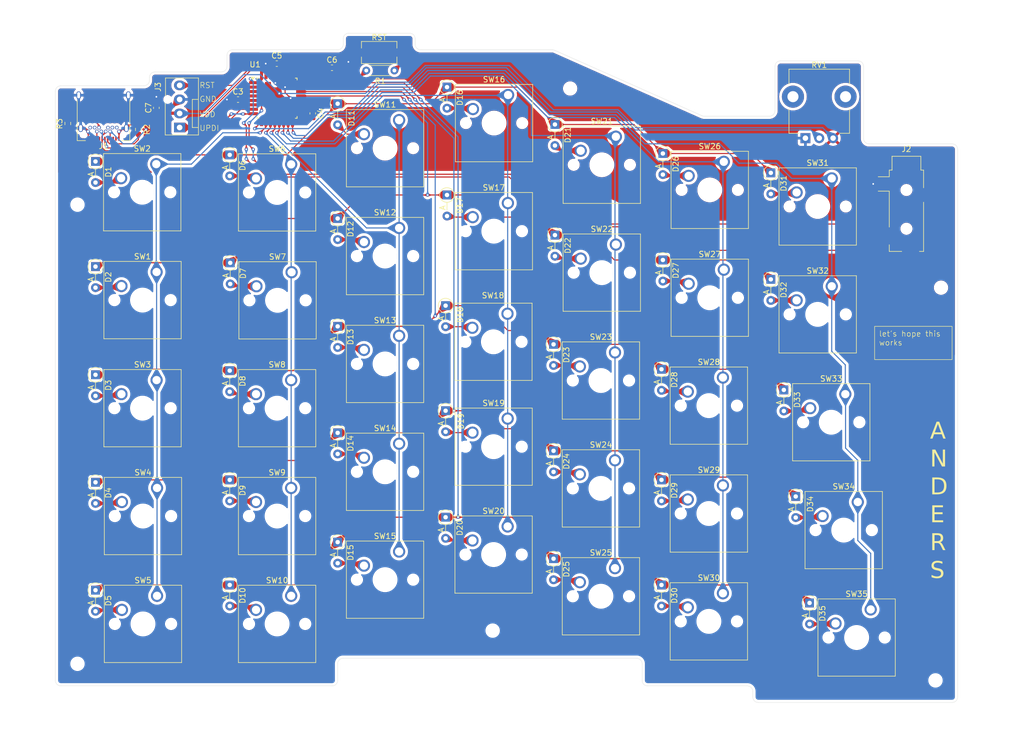
<source format=kicad_pcb>
(kicad_pcb (version 20240108) (generator "pcbnew") (generator_version "8.0")
  (layers (0 "F.Cu" signal) (31 "B.Cu" signal) (34 "B.Paste" user) (35 "F.Paste" user) (36 "B.SilkS" user "B.Silkscreen") (37 "F.SilkS" user "F.Silkscreen") (38 "B.Mask" user) (39 "F.Mask" user) (44 "Edge.Cuts" user))
  (net 0 "")
  (net 1 "GND")
  (net 2 "Net-(J1-CC1)")
  (net 3 "Net-(J1-CC2)")
  (net 4 "Net-(U1-VUSB)")
  (net 5 "VDD")
  (net 6 "Net-(J3-Pin_4)")
  (net 7 "Net-(D1-A)")
  (net 8 "row1")
  (net 9 "Net-(D2-A)")
  (net 10 "row2")
  (net 11 "Net-(D3-A)")
  (net 12 "row3")
  (net 13 "row4")
  (net 14 "Net-(D4-A)")
  (net 15 "row5")
  (net 16 "Net-(D5-A)")
  (net 17 "Net-(D6-A)")
  (net 18 "Net-(D7-A)")
  (net 19 "Net-(D8-A)")
  (net 20 "Net-(D9-A)")
  (net 21 "Net-(D10-A)")
  (net 22 "Net-(D11-A)")
  (net 23 "Net-(D12-A)")
  (net 24 "Net-(D13-A)")
  (net 25 "Net-(D14-A)")
  (net 26 "Net-(D15-A)")
  (net 27 "Net-(D16-A)")
  (net 28 "Net-(D17-A)")
  (net 29 "Net-(D18-A)")
  (net 30 "Net-(D19-A)")
  (net 31 "Net-(D20-A)")
  (net 32 "Net-(D21-A)")
  (net 33 "Net-(D22-A)")
  (net 34 "Net-(D23-A)")
  (net 35 "Net-(D24-A)")
  (net 36 "Net-(D25-A)")
  (net 37 "Net-(D26-A)")
  (net 38 "Net-(D27-A)")
  (net 39 "Net-(D28-A)")
  (net 40 "Net-(D29-A)")
  (net 41 "Net-(D30-A)")
  (net 42 "Net-(D31-A)")
  (net 43 "Net-(D32-A)")
  (net 44 "Net-(D33-A)")
  (net 45 "Net-(D34-A)")
  (net 46 "Net-(D35-A)")
  (net 47 "dp")
  (net 48 "dm")
  (net 49 "scl")
  (net 50 "Net-(J3-Pin_1)")
  (net 51 "Net-(R1-Pad1)")
  (net 52 "Net-(U1-PC3)")
  (net 53 "col1")
  (net 54 "col2")
  (net 55 "col3")
  (net 56 "col4")
  (net 57 "col5")
  (net 58 "col6")
  (net 59 "col7")
  (net 68 "sda")
  (footprint "Button_Switch_Keyboard:SW_Cherry_MX_1.00u_PCB" (layer "F.Cu") (at 180.76 54.25)
    (property "Reference" "SW26")
    (property "Value" "SW_Push")
  )
  (footprint "Capacitor_SMD:C_0603_1608Metric" (layer "F.Cu") (at 109.975 37.25)
    (property "Reference" "C6")
    (property "Value" "C_Small")
  )
  (footprint "Diode_THT:D_DO-35_SOD27_P3.81mm_Vertical_AnodeUp" (layer "F.Cu") (at 169.5 91.75 -90)
    (property "Reference" "D28")
    (property "Value" "D_45deg")
  )
  (footprint "Diode_THT:D_DO-35_SOD27_P3.81mm_Vertical_AnodeUp" (layer "F.Cu") (at 169.75 72 -90)
    (property "Reference" "D27")
    (property "Value" "D_45deg")
  )
  (footprint "Capacitor_SMD:C_0603_1608Metric" (layer "F.Cu") (at 106.5 45.5 -90)
    (property "Reference" "C4")
    (property "Value" "C_Small")
  )
  (footprint "Diode_THT:D_DO-35_SOD27_P3.81mm_Vertical_AnodeUp" (layer "F.Cu") (at 91.5 111.75 -90)
    (property "Reference" "D9")
    (property "Value" "D_45deg")
  )
  (footprint "Resistor_THT:R_Axial_DIN0204_L3.6mm_D1.6mm_P5.08mm_Horizontal" (layer "F.Cu") (at 121.25 37.75 180)
    (property "Reference" "R1")
    (property "Value" "R")
  )
  (footprint "Diode_THT:D_DO-35_SOD27_P3.81mm_Vertical_AnodeUp" (layer "F.Cu") (at 111 103.25 -90)
    (property "Reference" "D14")
    (property "Value" "D_45deg")
  )
  (footprint "Button_Switch_Keyboard:SW_Cherry_MX_1.00u_PCB" (layer "F.Cu") (at 161.26 69.21)
    (property "Reference" "SW22")
    (property "Value" "SW_Push")
  )
  (footprint "Diode_THT:D_DO-35_SOD27_P3.81mm_Vertical_AnodeUp" (layer "F.Cu") (at 189.25 75.5 -90)
    (property "Reference" "D32")
    (property "Value" "D_45deg")
  )
  (footprint "Button_Switch_Keyboard:SW_Cherry_MX_1.00u_PCB" (layer "F.Cu") (at 180.76 73.75)
    (property "Reference" "SW27")
    (property "Value" "SW_Push")
  )
  (footprint "Diode_THT:D_DO-35_SOD27_P3.81mm_Vertical_AnodeUp" (layer "F.Cu") (at 150 126 -90)
    (property "Reference" "D25")
    (property "Value" "D_45deg")
  )
  (footprint "Diode_THT:D_DO-35_SOD27_P3.81mm_Vertical_AnodeUp" (layer "F.Cu") (at 150 106.5 -90)
    (property "Reference" "D24")
    (property "Value" "D_45deg")
  )
  (footprint "Button_Switch_Keyboard:SW_Cherry_MX_1.00u_PCB" (layer "F.Cu") (at 200.26 57.25)
    (property "Reference" "SW31")
    (property "Value" "SW_Push")
  )
  (footprint "Diode_THT:D_DO-35_SOD27_P3.81mm_Vertical_AnodeUp" (layer "F.Cu") (at 67.25 92.75 -90)
    (property "Reference" "D3")
    (property "Value" "D_45deg")
  )
  (footprint "Connector_Audio:Jack_3.5mm_CUI_SJ-3524-SMT_Horizontal" (layer "F.Cu") (at 213.75 61.85)
    (property "Reference" "J2")
    (property "Value" "AudioJack4")
  )
  (footprint "Button_Switch_Keyboard:SW_Cherry_MX_1.00u_PCB" (layer "F.Cu") (at 102.68 74.21)
    (property "Reference" "SW7")
    (property "Value" "SW_Push")
  )
  (footprint "Button_Switch_Keyboard:SW_Cherry_MX_1.00u_PCB" (layer "F.Cu") (at 161.1 127.71)
    (property "Reference" "SW25")
    (property "Value" "SW_Push")
  )
  (footprint "Button_Switch_Keyboard:SW_Cherry_MX_1.00u_PCB" (layer "F.Cu") (at 180.6 93.25)
    (property "Reference" "SW28")
    (property "Value" "SW_Push")
  )
  (footprint "Diode_THT:D_DO-35_SOD27_P3.81mm_Vertical_AnodeUp" (layer "F.Cu") (at 196.25 133.999314 -90)
    (property "Reference" "D35")
    (property "Value" "D_45deg")
  )
  (footprint "Diode_THT:D_DO-35_SOD27_P3.81mm_Vertical_AnodeUp" (layer "F.Cu") (at 67.25 54.189314 -90)
    (property "Reference" "D1")
    (property "Value" "D_45deg")
  )
  (footprint "Button_Switch_Keyboard:SW_Cherry_MX_1.00u_PCB" (layer "F.Cu") (at 161.1 108.21)
    (property "Reference" "SW24")
    (property "Value" "SW_Push")
  )
  (footprint "Diode_THT:D_DO-35_SOD27_P3.81mm_Vertical_AnodeUp" (layer "F.Cu") (at 169.5 130.75 -90)
    (property "Reference" "D30")
    (property "Value" "D_45deg")
  )
  (footprint "Diode_THT:D_DO-35_SOD27_P3.81mm_Vertical_AnodeUp" (layer "F.Cu") (at 91.5 130.75 -90)
    (property "Reference" "D10")
    (property "Value" "D_45deg")
  )
  (footprint "Button_Switch_Keyboard:SW_Cherry_MX_1.50u_PCB" (layer "F.Cu") (at 204.96 115.75)
    (property "Reference" "SW34")
    (property "Value" "SW_Push")
  )
  (footprint "Resistor_SMD:R_0603_1608Metric" (layer "F.Cu") (at 75 48.4 90)
    (property "Reference" "R2")
    (property "Value" "R")
  )
  (footprint "Diode_THT:D_DO-35_SOD27_P3.81mm_Vertical_AnodeUp" (layer "F.Cu") (at 111 64.5 -90)
    (property "Reference" "D12")
    (property "Value" "D_45deg")
  )
  (footprint "Button_Switch_Keyboard:SW_Cherry_MX_1.00u_PCB" (layer "F.Cu") (at 102.6 113.21)
    (property "Reference" "SW9")
    (property "Value" "SW_Push")
  )
  (footprint "Diode_THT:D_DO-35_SOD27_P3.81mm_Vertical_AnodeUp" (layer "F.Cu") (at 67.25 73.189999 -90)
    (property "Reference" "D2")
    (property "Value" "D_45deg")
  )
  (footprint "Button_Switch_Keyboard:SW_Cherry_MX_1.00u_PCB" (layer "F.Cu") (at 102.6 93.71)
    (property "Reference" "SW8")
    (property "Value" "SW_Push")
  )
  (footprint "Diode_THT:D_DO-35_SOD27_P3.81mm_Vertical_AnodeUp" (layer "F.Cu") (at 111 43.75 -90)
    (property "Reference" "D11")
    (property "Value" "D_45deg")
  )
  (footprint "Button_Switch_Keyboard:SW_Cherry_MX_1.00u_PCB" (layer "F.Cu") (at 122.1 85.71)
    (property "Reference" "SW13")
    (property "Value" "SW_Push")
  )
  (footprint "Button_Switch_SMD:SW_Tactile_SPST_NO_Straight_CK_PTS636Sx25SMTRLFS" (layer "F.Cu") (at 118.5 34.5)
    (property "Reference" "RST")
    (property "Value" "SW_Push")
  )
  (footprint "Button_Switch_Keyboard:SW_Cherry_MX_1.00u_PCB" (layer "F.Cu") (at 122.1 124.71)
    (property "Reference" "SW15")
    (property "Value" "SW_Push")
  )
  (footprint "MountingHole:MountingHole_2.1mm" (layer "F.Cu") (at 220 77)
    (property "Reference" "REF**" (hide yes))
    (property "Value" "MountingHole_2.1mm")
  )
  (footprint "Diode_THT:D_DO-35_SOD27_P3.81mm_Vertical_AnodeUp" (layer "F.Cu") (at 169.75 52.75 -90)
    (property "Reference" "D26")
    (property "Value" "D_45deg")
  )
  (footprint "Diode_THT:D_DO-35_SOD27_P3.81mm_Vertical_AnodeUp" (layer "F.Cu") (at 150 87.25 -90)
    (property "Reference" "D23")
    (property "Value" "D_45deg")
  )
  (footprint "MountingHole:MountingHole_2.1mm" (layer "F.Cu") (at 139 139)
    (property "Reference" "REF**" (hide yes))
    (property "Value" "MountingHole_2.1mm")
  )
  (footprint "Diode_THT:D_DO-35_SOD27_P3.81mm_Vertical_AnodeUp" (layer "F.Cu") (at 91.5 53 -90)
    (property "Reference" "D6")
    (property "Value" "D_45deg")
  )
  (footprint "Diode_THT:D_DO-35_SOD27_P3.81mm_Vertical_AnodeUp" (layer "F.Cu") (at 130.75 60.25 -90)
    (property "Reference" "D17")
    (property "Value" "D_45deg")
  )
  (footprint "Button_Switch_Keyboard:SW_Cherry_MX_1.00u_PCB" (layer "F.Cu") (at 122.1 105.21)
    (property "Reference" "SW14")
    (property "Value" "SW_Push")
  )
  (footprint "Button_Switch_Keyboard:SW_Cherry_MX_1.00u_PCB" (layer "F.Cu") (at 141.71 120.17)
    (property "Reference" "SW20")
    (property "Value" "SW_Push")
  )
  (footprint "Connector_USB:USB_C_Receptacle_Amphenol_12401548E4-2A" (layer "F.Cu") (at 68.7 45.055 180)
    (property "Reference" "J1")
    (property "Value" "USB_C_Receptacle_USB2.0_14P")
  )
  (footprint "Diode_THT:D_DO-35_SOD27_P3.81mm_Vertical_AnodeUp" (layer "F.Cu") (at 191.6 95.49 -90)
    (property "Reference" "D33")
    (property "Value" "D_45deg")
  )
  (footprint "Capacitor_SMD:C_0603_1608Metric" (layer "F.Cu") (at 100 36.5)
    (property "Reference" "C5")
    (property "Value" "C_Small")
  )
  (footprint "Button_Switch_Keyboard:SW_Cherry_MX_1.50u_PCB" (layer "F.Cu") (at 78.37 113.21)
    (property "Reference" "SW4")
    (property "Value" "SW_Push")
  )
  (footprint "Button_Switch_Keyboard:SW_Cherry_MX_1.00u_PCB" (layer "F.Cu") (at 141.71 100.67)
    (property "Reference" "SW19")
    (property "Value" "SW_Push")
  )
  (footprint "Diode_THT:D_DO-35_SOD27_P3.81mm_Vertical_AnodeUp" (layer "F.Cu") (at 193.75 114.75 -90)
    (property "Reference" "D34")
    (property "Value" "D_45deg")
  )
  (footprint "Diode_THT:D_DO-35_SOD27_P3.81mm_Vertical_AnodeUp" (layer "F.Cu") (at 169.5 111.749314 -90)
    (property "Reference" "D29")
    (property "Value" "D_45deg")
  )
  (footprint "Button_Switch_Keyboard:SW_Cherry_MX_1.50u_PCB" (layer "F.Cu") (at 78.23 54.67)
    (property "Reference" "SW2")
    (property "Value" "SW_Push")
  )
  (footprint "Resistor_SMD:R_0603_1608Metric" (layer "F.Cu") (at 62.25 47.325 -90)
    (property "Reference" "R3")
    (property "Value" "R")
  )
  (footprint "Potentiometer_THT:Potentiometer_TT_P0915N" (layer "F.Cu") (at 195.5 49.975)
    (property "Reference" "RV1")
    (property "Value" "R_Potentiometer")
  )
  (footprint "Button_Switch_Keyboard:SW_Cherry_MX_1.00u_PCB" (layer "F.Cu") (at 122.1 46.71)
    (property "Reference" "SW11")
    (property "Value" "SW_Push")
  )
  (footprint "Capacitor_SMD:C_0603_1608Metric" (layer "F.Cu") (at 93 43)
    (property "Reference" "C3")
    (property "Value" "C_Small")
  )
  (footprint "Diode_THT:D_DO-35_SOD27_P3.81mm_Vertical_AnodeUp" (layer "F.Cu") (at 189.25 56.249314 -90)
    (property "Reference" "D31")
    (property "Value" "D_45deg")
  )
  (footprint "Button_Switch_Keyboard:SW_Cherry_MX_1.00u_PCB" (layer "F.Cu") (at 102.6 54.71)
    (property "Reference" "SW6")
    (property "Value" "SW_Push")
  )
  (footprint "Button_Switch_Keyboard:SW_Cherry_MX_1.00u_PCB" (layer "F.Cu") (at 141.79 42.17)
    (property "Reference" "SW16")
    (property "Value" "SW_Push")
  )
  (footprint "Diode_THT:D_DO-35_SOD27_P3.81mm_Vertical_AnodeUp" (layer "F.Cu") (at 130.5 80.25 -90)
    (property "Reference" "D18")
    (property "Value" "D_45deg")
  )
  (footprint "Package_QFP:TQFP-32_7x7mm_P0.8mm" (layer "F.Cu") (at 100.05 42.75)
    (property "Reference" "U1")
    (property "Value" "AVR32DU32x-xPT")
  )
  (footprint "MountingHole:MountingHole_2.1mm" (layer "F.Cu") (at 153 41)
    (property "Reference" "REF**" (hide yes))
    (property "Value" "MountingHole_2.1mm")
  )
  (footprint "Button_Switch_Keyboard:SW_Cherry_MX_1.00u_PCB" (layer "F.Cu") (at 161.26 49.71)
    (property "Reference" "SW21")
    (property "Value" "SW_Push")
  )
  (footprint "Diode_THT:D_DO-35_SOD27_P3.81mm_Vertical_AnodeUp" (layer "F.Cu") (at 91.5 92 -90)
    (property "Reference" "D8")
    (property "Value" "D_45deg")
  )
  (footprint "Diode_THT:D_DO-35_SOD27_P3.81mm_Vertical_AnodeUp" (layer "F.Cu") (at 150.25 67.5 -90)
    (property "Reference" "D22")
    (property "Value" "D_45deg")
  )
  (footprint "Diode_THT:D_DO-35_SOD27_P3.81mm_Vertical_AnodeUp" (layer "F.Cu") (at 67.25 131.689999 -90)
    (property "Reference" "D5")
    (property "Value" "D_45deg")
  )
  (footprint "Button_Switch_Keyboard:SW_Cherry_MX_1.00u_PCB" (layer "F.Cu") (at 200.26 76.75)
    (property "Reference" "SW32")
    (property "Value" "SW_Push")
  )
  (footprint "Diode_THT:D_DO-35_SOD27_P3.81mm_Vertical_AnodeUp" (layer "F.Cu") (at 130.5 99.25 -90)
    (property "Reference" "D19")
    (property "Value" "D_45deg")
  )
  (footprint "Button_Switch_Keyboard:SW_Cherry_MX_1.00u_PCB" (layer "F.Cu") (at 161.1 88.71)
    (property "Reference" "SW23")
    (property "Value" "SW_Push")
  )
  (footprint "Button_Switch_Keyboard:SW_Cherry_MX_1.50u_PCB" (layer "F.Cu") (at 78.29 93.71)
    (property "Reference" "SW3")
    (property "Value" "SW_Push")
  )
  (footprint "Button_Switch_Keyboard:SW_Cherry_MX_1.00u_PCB" (layer "F.Cu") (at 180.6 112.75)
    (property "Reference" "SW29")
    (property "Value" "SW_Push")
  )
  (footprint "Diode_THT:D_DO-35_SOD27_P3.81mm_Vertical_AnodeUp" (layer "F.Cu") (at 130.5 118.5 -90)
    (property "Reference" "D20")
    (property "Value" "D_45deg")
  )
  (footprint "Capacitor_SMD:C_0603_1608Metric" (layer "F.Cu") (at 78.25 44.5 90)
    (property "Reference" "C7")
    (property "Value" "C_Small")
  )
  (footprint "Button_Switch_Keyboard:SW_Cherry_MX_1.00u_PCB" (layer "F.Cu") (at 141.68 81.71)
    (property "Reference" "SW18")
    (property "Value" "SW_Push")
  )
  (footprint "Diode_THT:D_DO-35_SOD27_P3.81mm_Vertical_AnodeUp" (layer "F.Cu") (at 67.25 112.189999 -90)
    (property "Reference" "D4")
    (property "Value" "D_45deg")
  )
  (footprint "Connector:FanPinHeader_1x04_P2.54mm_Vertical" (layer "F.Cu") (at 82.45 48.05 90)
    (property "Reference" "J3")
    (property "Value" "Conn_01x04_Pin")
  )
  (footprint "Diode_THT:D_DO-35_SOD27_P3.81mm_Vertical_AnodeUp" (layer "F.Cu") (at 111 123 -90)
    (property "Reference" "D15")
    (property "Value" "D_45deg")
  )
  (footprint "Button_Switch_Keyboard:SW_Cherry_MX_1.00u_PCB" (layer "F.Cu") (at 180.6 132.25)
    (property "Reference" "SW30")
    (property "Value" "SW_Push")
  )
  (footprint "Diode_THT:D_DO-35_SOD27_P3.81mm_Vertical_AnodeUp" (layer "F.Cu") (at 91.59 72.52 -90)
    (property "Reference" "D7")
    (property "Value" "D_45deg")
  )
  (footprint "Button_Switch_Keyboard:SW_Cherry_MX_1.00u_PCB" (layer "F.Cu") (at 102.6 132.71)
    (property "Reference" "SW10")
    (property "Value" "SW_Push")
  )
  (footprint "Diode_THT:D_DO-35_SOD27_P3.81mm_Vertical_AnodeUp" (layer "F.Cu") (at 150.25 47.5 -90)
    (property "Reference" "D21")
    (property "Value" "D_45deg")
  )
  (footprint "Diode_THT:D_DO-35_SOD27_P3.81mm_Vertical_AnodeUp" (layer "F.Cu") (at 111 84 -90)
    (property "Reference" "D13")
    (property "Value" "D_45deg")
  )
  (footprint "MountingHole:MountingHole_2.1mm" (layer "F.Cu") (at 64 62)
    (property "Reference" "REF**" (hide yes))
    (property "Value" "MountingHole_2.1mm")
  )
  (footprint "Button_Switch_Keyboard:SW_Cherry_MX_1.25u_PCB" (layer "F.Cu") (at 202.71 96.25)
    (property "Reference" "SW33")
    (property "Value" "SW_Push")
  )
  (footprint "Button_Switch_Keyboard:SW_Cherry_MX_1.00u_PCB" (layer "F.Cu") (at 122.1 66.21)
    (property "Reference" "SW12")
    (property "Value" "SW_Push")
  )
  (footprint "MountingHole:MountingHole_2.1mm" (layer "F.Cu") (at 219 148)
    (property "Reference" "REF**" (hide yes))
    (property "Value" "MountingHole_2.1mm")
  )
  (footprint "Diode_THT:D_DO-35_SOD27_P3.81mm_Vertical_AnodeUp" (layer "F.Cu") (at 130.75 40.75 -90)
    (property "Reference" "D16")
    (property "Value" "D_45deg")
  )
  (footprint "Button_Switch_Keyboard:SW_Cherry_MX_1.75u_PCB" (layer "F.Cu") (at 207.29 135.17)
    (property "Reference" "SW35")
    (property "Value" "SW_Push")
  )
  (footprint "Button_Switch_Keyboard:SW_Cherry_MX_1.00u_PCB" (layer "F.Cu") (at 141.75 61.71)
    (property "Reference" "SW17")
    (property "Value" "SW_Push")
  )
  (footprint "MountingHole:MountingHole_2.1mm" (layer "F.Cu") (at 64 145)
    (property "Reference" "REF**" (hide yes))
    (property "Value" "MountingHole_2.1mm")
  )
  (footprint "Button_Switch_Keyboard:SW_Cherry_MX_1.50u_PCB" (layer "F.Cu") (at 78.29 74.17)
    (property "Reference" "SW1")
    (property "Value" "SW_Push")
  )
  (footprint "Button_Switch_Keyboard:SW_Cherry_MX_1.50u_PCB" (layer "F.Cu") (at 78.37 132.71)
    (property "Reference" "SW5")
    (property "Value" "SW_Push")
  )
  (gr_arc (start 77 39) (mid 77.292893 38.292893) (end 78 38) (stroke (width 0.05)) (layer "Edge.Cuts"))
  (gr_line (start 223 52) (end 223 151) (stroke (width 0.05)) (layer "Edge.Cuts"))
  (gr_line (start 166 148) (end 166 145) (stroke (width 0.05)) (layer "Edge.Cuts"))
  (gr_line (start 191 36) (end 205 36) (stroke (width 0.05)) (layer "Edge.Cuts"))
  (gr_line (start 190 45) (end 190 37) (stroke (width 0.05)) (layer "Edge.Cuts"))
  (gr_line (start 165 144) (end 112 144) (stroke (width 0.05)) (layer "Edge.Cuts"))
  (gr_arc (start 185 149) (mid 185.707107 149.292893) (end 186 150) (stroke (width 0.05)) (layer "Edge.Cuts"))
  (gr_line (start 206 37) (end 206 50) (stroke (width 0.05)) (layer "Edge.Cuts"))
  (gr_arc (start 177.212214 46) (mid 177.004623 45.978216) (end 176.806076 45.913811) (stroke (width 0.05)) (layer "Edge.Cuts"))
  (gr_arc (start 124 31) (mid 124.707107 31.292893) (end 125 32) (stroke (width 0.05)) (layer "Edge.Cuts"))
  (gr_arc (start 190 45) (mid 189.707107 45.707107) (end 189 46) (stroke (width 0.05)) (layer "Edge.Cuts"))
  (gr_line (start 113 31) (end 124 31) (stroke (width 0.05)) (layer "Edge.Cuts"))
  (gr_line (start 61 40.5) (end 76 40.5) (stroke (width 0.05)) (layer "Edge.Cuts"))
  (gr_arc (start 111 145) (mid 111.292893 144.292893) (end 112 144) (stroke (width 0.05)) (layer "Edge.Cuts"))
  (gr_line (start 125 32) (end 125 33) (stroke (width 0.05)) (layer "Edge.Cuts"))
  (gr_arc (start 190 37) (mid 190.292893 36.292893) (end 191 36) (stroke (width 0.05)) (layer "Edge.Cuts"))
  (gr_line (start 60 148) (end 60 41.5) (stroke (width 0.05)) (layer "Edge.Cuts"))
  (gr_line (start 110 149) (end 61 149) (stroke (width 0.05)) (layer "Edge.Cuts"))
  (gr_arc (start 207 51) (mid 206.292893 50.707107) (end 206 50) (stroke (width 0.05)) (layer "Edge.Cuts"))
  (gr_line (start 177.212214 46) (end 189 46) (stroke (width 0.05)) (layer "Edge.Cuts"))
  (gr_line (start 207 51) (end 214.5 51) (stroke (width 0.05)) (layer "Edge.Cuts"))
  (gr_arc (start 222 51) (mid 222.707107 51.292893) (end 223 52) (stroke (width 0.05)) (layer "Edge.Cuts"))
  (gr_line (start 78 38) (end 90 38) (stroke (width 0.05)) (layer "Edge.Cuts"))
  (gr_arc (start 77 39.5) (mid 76.707107 40.207107) (end 76 40.5) (stroke (width 0.05)) (layer "Edge.Cuts"))
  (gr_line (start 77 39) (end 77 39.5) (stroke (width 0.05)) (layer "Edge.Cuts"))
  (gr_line (start 214.5 51) (end 222 51) (stroke (width 0.05)) (layer "Edge.Cuts"))
  (gr_line (start 111 145) (end 111 148) (stroke (width 0.05)) (layer "Edge.Cuts"))
  (gr_arc (start 91 35) (mid 91.292893 34.292893) (end 92 34) (stroke (width 0.05)) (layer "Edge.Cuts"))
  (gr_line (start 91 37) (end 91 35) (stroke (width 0.05)) (layer "Edge.Cuts"))
  (gr_arc (start 149.787786 34) (mid 149.995378 34.021782) (end 150.193924 34.086189) (stroke (width 0.05)) (layer "Edge.Cuts"))
  (gr_line (start 186 151) (end 186 150) (stroke (width 0.05)) (layer "Edge.Cuts"))
  (gr_line (start 222 152) (end 187 152) (stroke (width 0.05)) (layer "Edge.Cuts"))
  (gr_arc (start 112 33) (mid 111.707107 33.707107) (end 111 34) (stroke (width 0.05)) (layer "Edge.Cuts"))
  (gr_arc (start 205 36) (mid 205.707107 36.292893) (end 206 37) (stroke (width 0.05)) (layer "Edge.Cuts"))
  (gr_arc (start 61 149) (mid 60.292893 148.707107) (end 60 148) (stroke (width 0.05)) (layer "Edge.Cuts"))
  (gr_line (start 126 34) (end 149.787786 34) (stroke (width 0.05)) (layer "Edge.Cuts"))
  (gr_line (start 92 34) (end 111 34) (stroke (width 0.05)) (layer "Edge.Cuts"))
  (gr_arc (start 223 151) (mid 222.707107 151.707107) (end 222 152) (stroke (width 0.05)) (layer "Edge.Cuts"))
  (gr_line (start 112 33) (end 112 32) (stroke (width 0.05)) (layer "Edge.Cuts"))
  (gr_arc (start 167 149) (mid 166.292893 148.707107) (end 166 148) (stroke (width 0.05)) (layer "Edge.Cuts"))
  (gr_arc (start 165 144) (mid 165.707107 144.292893) (end 166 145) (stroke (width 0.05)) (layer "Edge.Cuts"))
  (gr_line (start 150.193924 34.086189) (end 176.806076 45.913811) (stroke (width 0.05)) (layer "Edge.Cuts"))
  (gr_arc (start 126 34) (mid 125.292893 33.707107) (end 125 33) (stroke (width 0.05)) (layer "Edge.Cuts"))
  (gr_arc (start 111 148) (mid 110.707107 148.707107) (end 110 149) (stroke (width 0.05)) (layer "Edge.Cuts"))
  (gr_line (start 185 149) (end 167 149) (stroke (width 0.05)) (layer "Edge.Cuts"))
  (gr_arc (start 60 41.5) (mid 60.292893 40.792893) (end 61 40.5) (stroke (width 0.05)) (layer "Edge.Cuts"))
  (gr_arc (start 112 32) (mid 112.292893 31.292893) (end 113 31) (stroke (width 0.05)) (layer "Edge.Cuts"))
  (gr_arc (start 187 152) (mid 186.292893 151.707107) (end 186 151) (stroke (width 0.05)) (layer "Edge.Cuts"))
  (gr_arc (start 91 37) (mid 90.707107 37.707107) (end 90 38) (stroke (width 0.05)) (layer "Edge.Cuts"))
  (gr_text "UPDI" (at 86 48.75 0) (layer "F.SilkS") (effects (font (size 1 1) (thickness 0.1)) (justify left bottom)))
  (gr_text "RST" (at 86 41 0) (layer "F.SilkS") (effects (font (size 1 1) (thickness 0.1)) (justify left bottom)))
  (gr_text "GND" (at 86 43.5 0) (layer "F.SilkS") (effects (font (size 1 1) (thickness 0.1)) (justify left bottom)))
  (gr_text "VDD" (at 86 46.25 0) (layer "F.SilkS") (effects (font (size 1 1) (thickness 0.1)) (justify left bottom)))
  (gr_text "A\nN\nD\nE\nR\nS" (at 218 130 0) (layer "F.SilkS") (effects (font (size 3 3) (thickness 0.1)) (justify left bottom)))
  (gr_text_box "let's hope this works" (start 208 84) (end 222 90) (layer "F.SilkS") (effects (font (size 1 1) (thickness 0.1)) (justify left top)) (border yes) (stroke (width 0.1)))
  (segment (start 104.35 44) (end 104.3 43.95) (width 0.2) (layer "F.Cu") (net 1))
  (segment (start 101.5 41.75) (end 101.5 40.75) (width 0.2) (layer "F.Cu") (net 1))
  (segment (start 65.415 48.165) (end 64.57 48.165) (width 0.2) (layer "F.Cu") (net 1))
  (segment (start 75 47.575) (end 73.29 47.575) (width 0.2) (layer "F.Cu") (net 1))
  (segment (start 79.75 44.25) (end 81.17 44.25) (width 0.2) (layer "F.Cu") (net 1))
  (segment (start 106.5 44.725) (end 106.525 44.75) (width 0.2) (layer "F.Cu") (net 1))
  (segment (start 98 36.5) (end 99.225 36.5) (width 0.2) (layer "F.Cu") (net 1))
  (segment (start 65.9 48.765) (end 65.9 48.65) (width 0.2) (layer "F.Cu") (net 1))
  (segment (start 111.875 37.25) (end 114.625 34.5) (width 0.2) (layer "F.Cu") (net 1))
  (segment (start 210.05 58.25) (end 207.75 58.25) (width 0.2) (layer "F.Cu") (net 1))
  (segment (start 99.65 38.5) (end 99.65 36.925) (width 0.2) (layer "F.Cu") (net 1))
  (segment (start 106.525 44.75) (end 107.75 44.75) (width 0.2) (layer "F.Cu") (net 1))
  (segment (start 102.5 42.75) (end 101.5 41.75) (width 0.2) (layer "F.Cu") (net 1))
  (segment (start 99.75 40) (end 99.75 38.6) (width 0.2) (layer "F.Cu") (net 1))
  (segment (start 78.25 43.725) (end 78.25 42.5) (width 0.2) (layer "F.Cu") (net 1))
  (segment (start 62.265 48.165) (end 62.25 48.15) (width 0.2) (layer "F.Cu") (net 1))
  (segment (start 71.5 48.765) (end 71.5 50.025) (width 0.2) (layer "F.Cu") (net 1))
  (segment (start 71.735 48.765) (end 72.335 48.165) (width 0.2) (layer "F.Cu") (net 1))
  (segment (start 71.5 48.765) (end 71.735 48.765) (width 0.2) (layer "F.Cu") (net 1))
  (segment (start 65.9 48.65) (end 65.415 48.165) (width 0.2) (layer "F.Cu") (net 1))
  (segment (start 64.57 48.165) (end 62.265 48.165) (width 0.2) (layer "F.Cu") (net 1))
  (segment (start 65.95 48.806852) (end 65.904074 48.760926) (width 0.2) (layer "F.Cu") (net 1))
  (segment (start 105.725 43.95) (end 106.5 44.725) (width 0.2) (layer "F.Cu") (net 1))
  (segment (start 78.25 43.725) (end 79.225 43.725) (width 0.2) (layer "F.Cu") (net 1))
  (segment (start 104.3 43.95) (end 105.725 43.95) (width 0.2) (layer "F.Cu") (net 1))
  (segment (start 79.225 43.725) (end 79.75 44.25) (width 0.2) (layer "F.Cu") (net 1))
  (segment (start 99.65 36.925) (end 99.225 36.5) (width 0.2) (layer "F.Cu") (net 1))
  (segment (start 110.75 37.25) (end 111.875 37.25) (width 0.2) (layer "F.Cu") (net 1))
  (segment (start 71.5 50.025) (end 71.45 50.075) (width 0.2) (layer "F.Cu") (net 1))
  (segment (start 72.335 48.165) (end 72.83 48.165) (width 0.2) (layer "F.Cu") (net 1))
  (segment (start 99.75 38.6) (end 99.65 38.5) (width 0.2) (layer "F.Cu") (net 1))
  (segment (start 81.17 44.25) (end 82.45 42.97) (width 0.2) (layer "F.Cu") (net 1))
  (segment (start 65.95 50.075) (end 65.95 48.806852) (width 0.2) (layer "F.Cu") (net 1))
  (segment (start 73.29 47.575) (end 72.7 48.165) (width 0.2) (layer "F.Cu") (net 1))
  (segment (start 91 43) (end 92.225 43) (width 0.2) (layer "F.Cu") (net 1))
  (via (at 78.25 42.5) (size 0.6) (drill 0.3) (layers "F.Cu" "B.Cu") (net 1))
  (via (at 207.75 58.25) (size 0.6) (drill 0.3) (layers "F.Cu" "B.Cu") (net 1))
  (via (at 99.75 40) (size 0.6) (drill 0.3) (layers "F.Cu" "B.Cu") (net 1))
  (via (at 98 36.5) (size 0.6) (drill 0.3) (layers "F.Cu" "B.Cu") (net 1))
  (via (at 102.5 42.75) (size 0.6) (drill 0.3) (layers "F.Cu" "B.Cu") (net 1))
  (via (at 112.9375 36.1875) (size 0.6) (drill 0.3) (layers "F.Cu" "B.Cu") (net 1))
  (via (at 91 43) (size 0.6) (drill 0.3) (layers "F.Cu" "B.Cu") (net 1))
  (via (at 101.5 40.75) (size 0.6) (drill 0.3) (layers "F.Cu" "B.Cu") (net 1))
  (via (at 107.75 44.75) (size 0.6) (drill 0.3) (layers "F.Cu" "B.Cu") (net 1))
  (segment (start 100.5 40.75) (end 99.75 40) (width 0.2) (layer "B.Cu") (net 1))
  (segment (start 104.5 44.75) (end 102.5 42.75) (width 0.2) (layer "B.Cu") (net 1))
  (segment (start 101.5 40.75) (end 100.5 40.75) (width 0.2) (layer "B.Cu") (net 1))
  (segment (start 107.75 44.75) (end 104.5 44.75) (width 0.2) (layer "B.Cu") (net 1))
  (segment (start 69.45 50.075) (end 69.45 50.634314) (width 0.2) (layer "F.Cu") (net 2))
  (segment (start 74.25 51) (end 75 50.25) (width 0.2) (layer "F.Cu") (net 2))
  (segment (start 75 50.25) (end 75 49.225) (width 0.2) (layer "F.Cu") (net 2))
  (segment (start 69.45 50.634314) (end 69.815686 51) (width 0.2) (layer "F.Cu") (net 2))
  (segment (start 69.815686 51) (end 74.25 51) (width 0.2) (layer "F.Cu") (net 2))
  (segment (start 66.75 46.5) (end 67.9 47.65) (width 0.2) (layer "F.Cu") (net 3))
  (segment (start 62.25 46.5) (end 66.75 46.5) (width 0.2) (layer "F.Cu") (net 3))
  (segment (start 67.9 47.65) (end 67.9 48.065) (width 0.2) (layer "F.Cu") (net 3))
  (segment (start 93.775 43) (end 94.725 43.95) (width 0.2) (layer "F.Cu") (net 4))
  (segment (start 94.725 43.95) (end 95.8 43.95) (width 0.2) (layer "F.Cu") (net 4))
  (segment (start 100.45 38.5) (end 100.45 36.825) (width 0.2) (layer "F.Cu") (net 5))
  (segment (start 67.45 50.075) (end 67.45 51.3) (width 0.2) (layer "F.Cu") (net 5))
  (segment (start 106.5 46.275) (end 106.5 46.25) (width 0.2) (layer "F.Cu") (net 5))
  (segment (start 67.45 51.3) (end 66.75 52) (width 0.2) (layer "F.Cu") (net 5))
  (segment (start 78.25 45.275) (end 82.215 45.275) (width 0.2) (layer "F.Cu") (net 5))
  (segment (start 66.75 52) (end 63.75 52) (width 0.2) (layer "F.Cu") (net 5))
  (segment (start 76.375 48.425) (end 78.25 46.55) (width 0.2) (layer "F.Cu") (net 5))
  (segment (start 100.45 38.5) (end 100.45 41.9) (width 0.2) (layer "F.Cu") (net 5))
  (segment (start 78.25 46.55) (end 78.25 45.275) (width 0.2) (layer "F.Cu") (net 5))
  (segment (start 106.5 46.25) (end 105 44.75) (width 0.2) (layer "F.Cu") (net 5))
  (segment (start 69.9 48.765) (end 69.9 50.025) (width 0.2) (layer "F.Cu") (net 5))
  (segment (start 105 44.75) (end 104.3 44.75) (width 0.2) (layer "F.Cu") (net 5))
  (segment (start 100.45 36.825) (end 100.775 36.5) (width 0.2) (layer "F.Cu") (net 5))
  (segment (start 69.9 50.025) (end 69.95 50.075) (width 0.2) (layer "F.Cu") (net 5))
  (segment (start 67.5 48.765) (end 67.5 50.025) (width 0.2) (layer "F.Cu") (net 5))
  (segment (start 82.215 45.275) (end 82.45 45.51) (width 0.2) (layer "F.Cu") (net 5))
  (segment (start 67.5 50.025) (end 67.45 50.075) (width 0.2) (layer "F.Cu") (net 5))
  (segment (start 103.3 44.75) (end 104.3 44.75) (width 0.2) (layer "F.Cu") (net 5))
  (segment (start 100.45 41.9) (end 103.3 44.75) (width 0.2) (layer "F.Cu") (net 5))
  (via (at 100.45 41.9) (size 0.6) (drill 0.3) (layers "F.Cu" "B.Cu") (net 5))
  (via (at 76.375 48.425) (size 0.6) (drill 0.3) (layers "F.Cu" "B.Cu") (net 5))
  (segment (start 161.665686 44.85) (end 164.915686 48.1) (width 0.2) (layer "B.Cu") (net 5))
  (segment (start 116.034314 41.9) (end 118.084314 39.85) (width 0.2) (layer "B.Cu") (net 5))
  (segment (start 69.9 48.765) (end 70.015 48.765) (width 0.2) (layer "B.Cu") (net 5))
  (segment (start 72.25 51) (end 73.8 51) (width 0.2) (layer "B.Cu") (net 5))
  (segment (start 142 36.85) (end 150 44.85) (width 0.2) (layer "B.Cu") (net 5))
  (segment (start 70.015 48.765) (end 72.25 51) (width 0.2) (layer "B.Cu") (net 5))
  (segment (start 126.834314 36.85) (end 142 36.85) (width 0.2) (layer "B.Cu") (net 5))
  (segment (start 123.834314 39.85) (end 126.834314 36.85) (width 0.2) (layer "B.Cu") (net 5))
  (segment (start 150 44.85) (end 161.665686 44.85) (width 0.2) (layer "B.Cu") (net 5))
  (segment (start 198.625 48.1) (end 200.5 49.975) (width 0.2) (layer "B.Cu") (net 5))
  (segment (start 100.45 41.9) (end 116.034314 41.9) (width 0.2) (layer "B.Cu") (net 5))
  (segment (start 73.8 51) (end 76.375 48.425) (width 0.2) (layer "B.Cu") (net 5))
  (segment (start 118.084314 39.85) (end 123.834314 39.85) (width 0.2) (layer "B.Cu") (net 5))
  (segment (start 100.45 41.9) (end 97.05 38.5) (width 0.2) (layer "B.Cu") (net 5))
  (segment (start 86.99 45.51) (end 82.45 45.51) (width 0.2) (layer "B.Cu") (net 5))
  (segment (start 94 38.5) (end 86.99 45.51) (width 0.2) (layer "B.Cu") (net 5))
  (segment (start 97.05 38.5) (end 94 38.5) (width 0.2) (layer "B.Cu") (net 5))
  (segment (start 164.915686 48.1) (end 198.625 48.1) (width 0.2) (layer "B.Cu") (net 5))
  (segment (start 102.25 37.25) (end 109.2 37.25) (width 0.2) (layer "F.Cu") (net 6))
  (segment (start 97.434314 35) (end 101.75 35) (width 0.2) (layer "F.Cu") (net 6))
  (segment (start 102.05 38.5) (end 102.05 37.45) (width 0.2) (layer "F.Cu") (net 6))
  (segment (start 116.17 37.75) (end 115.17 38.75) (width 0.2) (layer "F.Cu") (net 6))
  (segment (start 82.45 40.43) (end 92.004314 40.43) (width 0.2) (layer "F.Cu") (net 6))
  (segment (start 102.25 35.5) (end 102.25 37.25) (width 0.2) (layer "F.Cu") (net 6))
  (segment (start 115.17 38.75) (end 110.7 38.75) (width 0.2) (layer "F.Cu") (net 6))
  (segment (start 102.05 37.45) (end 102.25 37.25) (width 0.2) (layer "F.Cu") (net 6))
  (segment (start 110.7 38.75) (end 109.2 37.25) (width 0.2) (layer "F.Cu") (net 6))
  (segment (start 92.004314 40.43) (end 97.434314 35) (width 0.2) (layer "F.Cu") (net 6))
  (segment (start 101.75 35) (end 102.25 35.5) (width 0.2) (layer "F.Cu") (net 6))
  (segment (start 67.25 57.999314) (end 71.090686 57.999314) (width 0.2) (layer "F.Cu") (net 7))
  (segment (start 71.090686 57.999314) (end 71.88 57.21) (width 0.2) (layer "F.Cu") (net 7))
  (segment (start 101.75 53) (end 111 43.75) (width 0.2) (layer "F.Cu") (net 8))
  (segment (start 164.5 47.5) (end 169.75 52.75) (width 0.2) (layer "F.Cu") (net 8))
  (segment (start 130.75 40.75) (end 143.5 40.75) (width 0.2) (layer "F.Cu") (net 8))
  (segment (start 150.25 47.5) (end 164.5 47.5) (width 0.2) (layer "F.Cu") (net 8))
  (segment (start 91.5 53) (end 101.75 53) (width 0.2) (layer "F.Cu") (net 8))
  (segment (start 111 43.75) (end 127.75 43.75) (width 0.2) (layer "F.Cu") (net 8))
  (segment (start 75.060686 54.189314) (end 76.25 53) (width 0.2) (layer "F.Cu") (net 8))
  (segment (start 185.750686 52.75) (end 189.25 56.249314) (width 0.2) (layer "F.Cu") (net 8))
  (segment (start 104.3 43.15) (end 110.4 43.15) (width 0.2) (layer "F.Cu") (net 8))
  (segment (start 143.5 40.75) (end 150.25 47.5) (width 0.2) (layer "F.Cu") (net 8))
  (segment (start 127.75 43.75) (end 130.75 40.75) (width 0.2) (layer "F.Cu") (net 8))
  (segment (start 110.4 43.15) (end 111 43.75) (width 0.2) (layer "F.Cu") (net 8))
  (segment (start 169.75 52.75) (end 185.750686 52.75) (width 0.2) (layer "F.Cu") (net 8))
  (segment (start 67.25 54.189314) (end 75.060686 54.189314) (width 0.2) (layer "F.Cu") (net 8))
  (segment (start 76.25 53) (end 91.5 53) (width 0.2) (layer "F.Cu") (net 8))
  (segment (start 67.25 76.999999) (end 71.650001 76.999999) (width 0.2) (layer "F.Cu") (net 9))
  (segment (start 71.650001 76.999999) (end 71.94 76.71) (width 0.2) (layer "F.Cu") (net 9))
  (segment (start 111 64.5) (end 99.75 64.5) (width 0.2) (layer "F.Cu") (net 10))
  (segment (start 126.5 60.25) (end 115.25 60.25) (width 0.2) (layer "F.Cu") (net 10))
  (segment (start 189.25 75.5) (end 185.75 72) (width 0.2) (layer "F.Cu") (net 10))
  (segment (start 122.35 42.35) (end 123 43) (width 0.2) (layer "F.Cu") (net 10))
  (segment (start 136.5 60.25) (end 130.75 60.25) (width 0.2) (layer "F.Cu") (net 10))
  (segment (start 115.25 60.25) (end 111 64.5) (width 0.2) (layer "F.Cu") (net 10))
  (segment (start 91.73 72.52) (end 91.59 72.52) (width 0.2) (layer "F.Cu") (net 10))
  (segment (start 99.75 64.5) (end 91.73 72.52) (width 0.2) (layer "F.Cu") (net 10))
  (segment (start 147 64.25) (end 140.5 64.25) (width 0.2) (layer "F.Cu") (net 10))
  (segment (start 104.3 42.35) (end 122.35 42.35) (width 0.2) (layer "F.Cu") (net 10))
  (segment (start 67.939999 72.5) (end 67.25 73.189999) (width 0.2) (layer "F.Cu") (net 10))
  (segment (start 169.75 72) (end 161 72) (width 0.2) (layer "F.Cu") (net 10))
  (segment (start 185.75 72) (end 169.75 72) (width 0.2) (layer "F.Cu") (net 10))
  (segment (start 127.25 60.25) (end 126.5 60.25) (width 0.2) (layer "F.Cu") (net 10))
  (segment (start 161 72) (end 156.5 67.5) (width 0.2) (layer "F.Cu") (net 10))
  (segment (start 91.57 72.5) (end 67.939999 72.5) (width 0.2) (layer "F.Cu") (net 10))
  (segment (start 150.25 67.5) (end 147 64.25) (width 0.2) (layer "F.Cu") (net 10))
  (segment (start 130.75 60.25) (end 127.25 60.25) (width 0.2) (layer "F.Cu") (net 10))
  (segment (start 91.59 72.52) (end 91.57 72.5) (width 0.2) (layer "F.Cu") (net 10))
  (segment (start 140.5 64.25) (end 136.5 60.25) (width 0.2) (layer "F.Cu") (net 10))
  (segment (start 156.5 67.5) (end 150.25 67.5) (width 0.2) (layer "F.Cu") (net 10))
  (via (at 127.25 60.25) (size 0.6) (drill 0.3) (layers "F.Cu" "B.Cu") (net 10))
  (via (at 123 43) (size 0.6) (drill 0.3) (layers "F.Cu" "B.Cu") (net 10))
  (segment (start 123 43) (end 127.25 47.25) (width 0.2) (layer "B.Cu") (net 10))
  (segment (start 127.25 47.25) (end 127.25 60.25) (width 0.2) (layer "B.Cu") (net 10))
  (segment (start 67.25 96.56) (end 71.63 96.56) (width 0.2) (layer "F.Cu") (net 11))
  (segment (start 71.63 96.56) (end 71.94 96.25) (width 0.2) (layer "F.Cu") (net 11))
  (segment (start 76 92.75) (end 77 91.75) (width 0.2) (layer "F.Cu") (net 12))
  (segment (start 103 92) (end 111 84) (width 0.2) (layer "F.Cu") (net 12))
  (segment (start 91.5 92) (end 103 92) (width 0.2) (layer "F.Cu") (net 12))
  (segment (start 137.25 80.25) (end 141.75 84.75) (width 0.2) (layer "F.Cu") (net 12))
  (segment (start 67.25 92.75) (end 76 92.75) (width 0.2) (layer "F.Cu") (net 12))
  (segment (start 91.25 91.75) (end 91.5 92) (width 0.2) (layer "F.Cu") (net 12))
  (segment (start 169.5 91.75) (end 188 91.75) (width 0.2) (layer "F.Cu") (net 12))
  (segment (start 122.55 41.55) (end 124 43) (width 0.2) (layer "F.Cu") (net 12))
  (segment (start 111 84) (end 126.75 84) (width 0.2) (layer "F.Cu") (net 12))
  (segment (start 128.625 82.125) (end 130.5 80.25) (width 0.2) (layer "F.Cu") (net 12))
  (segment (start 169.5 91.75) (end 165 87.25) (width 0.2) (layer "F.Cu") (net 12))
  (segment (start 126.75 84) (end 127.5 83.25) (width 0.2) (layer "F.Cu") (net 12))
  (segment (start 77 91.75) (end 91.25 91.75) (width 0.2) (layer "F.Cu") (net 12))
  (segment (start 130.5 80.25) (end 137.25 80.25) (width 0.2) (layer "F.Cu") (net 12))
  (segment (start 127.5 83.25) (end 128.625 82.125) (width 0.2) (layer "F.Cu") (net 12))
  (segment (start 165 87.25) (end 150 87.25) (width 0.2) (layer "F.Cu") (net 12))
  (segment (start 104.3 41.55) (end 122.55 41.55) (width 0.2) (layer "F.Cu") (net 12))
  (segment (start 147.5 84.75) (end 150 87.25) (width 0.2) (layer "F.Cu") (net 12))
  (segment (start 188 91.75) (end 191.6 95.35) (width 0.2) (layer "F.Cu") (net 12))
  (segment (start 191.6 95.35) (end 191.6 95.49) (width 0.2) (layer "F.Cu") (net 12))
  (segment (start 141.75 84.75) (end 147.5 84.75) (width 0.2) (layer "F.Cu") (net 12))
  (via (at 124 43) (size 0.6) (drill 0.3) (layers "F.Cu" "B.Cu") (net 12))
  (via (at 128.625 82.125) (size 0.6) (drill 0.3) (layers "F.Cu" "B.Cu") (net 12))
  (segment (start 124 43) (end 128.625 47.625) (width 0.2) (layer "B.Cu") (net 12))
  (segment (start 128.625 47.625) (end 128.625 82.125) (width 0.2) (layer "B.Cu") (net 12))
  (segment (start 91.5 111.75) (end 95.75 111.75) (width 0.2) (layer "F.Cu") (net 13))
  (segment (start 150 106.5) (end 164.250686 106.5) (width 0.2) (layer "F.Cu") (net 13))
  (segment (start 95.75 111.75) (end 99.25 108.25) (width 0.2) (layer "F.Cu") (net 13))
  (segment (start 126.5 103.25) (end 130.5 99.25) (width 0.2) (layer "F.Cu") (net 13))
  (segment (start 91.5 111.75) (end 67.689999 111.75) (width 0.2) (layer "F.Cu") (net 13))
  (segment (start 136.5 99.25) (end 139.75 102.5) (width 0.2) (layer "F.Cu") (net 13))
  (segment (start 164.250686 106.5) (end 169.5 111.749314) (width 0.2) (layer "F.Cu") (net 13))
  (segment (start 111 103.25) (end 126.5 103.25) (width 0.2) (layer "F.Cu") (net 13))
  (segment (start 179.75 111.25) (end 181.5 111.25) (width 0.2) (layer "F.Cu") (net 13))
  (segment (start 139.75 102.5) (end 146 102.5) (width 0.2) (layer "F.Cu") (net 13))
  (segment (start 181.5 111.25) (end 182.25 112) (width 0.2) (layer "F.Cu") (net 13))
  (segment (start 146 102.5) (end 150 106.5) (width 0.2) (layer "F.Cu") (net 13))
  (segment (start 179.250686 111.749314) (end 179.75 111.25) (width 0.2) (layer "F.Cu") (net 13))
  (segment (start 182.25 112) (end 191 112) (width 0.2) (layer "F.Cu") (net 13))
  (segment (start 130.5 99.25) (end 132 99.25) (width 0.2) (layer "F.Cu") (net 13))
  (segment (start 169.5 111.749314) (end 179.250686 111.749314) (width 0.2) (layer "F.Cu") (net 13))
  (segment (start 67.689999 111.75) (end 67.25 112.189999) (width 0.2) (layer "F.Cu") (net 13))
  (segment (start 99.25 108.25) (end 106 108.25) (width 0.2) (layer "F.Cu") (net 13))
  (segment (start 104.3 40.75) (end 122.75 40.75) (width 0.2) (layer "F.Cu") (net 13))
  (segment (start 191 112) (end 193.75 114.75) (width 0.2) (layer "F.Cu") (net 13))
  (segment (start 106 108.25) (end 111 103.25) (width 0.2) (layer "F.Cu") (net 13))
  (segment (start 132 99.25) (end 136.5 99.25) (width 0.2) (layer "F.Cu") (net 13))
  (segment (start 122.75 40.75) (end 125 43) (width 0.2) (layer "F.Cu") (net 13))
  (via (at 125 43) (size 0.6) (drill 0.3) (layers "F.Cu" "B.Cu") (net 13))
  (via (at 132 99.25) (size 0.6) (drill 0.3) (layers "F.Cu" "B.Cu") (net 13))
  (segment (start 132 99.25) (end 132 50) (width 0.2) (layer "B.Cu") (net 13))
  (segment (start 132 50) (end 125 43) (width 0.2) (layer "B.Cu") (net 13))
  (segment (start 67.25 115.999999) (end 71.770001 115.999999) (width 0.2) (layer "F.Cu") (net 14))
  (segment (start 71.770001 115.999999) (end 72.02 115.75) (width 0.2) (layer "F.Cu") (net 14))
  (segment (start 122.95 39.95) (end 126 43) (width 0.2) (layer "F.Cu") (net 15))
  (segment (start 150 126) (end 164.75 126) (width 0.2) (layer "F.Cu") (net 15))
  (segment (start 91.5 130.75) (end 68.189999 130.75) (width 0.2) (layer "F.Cu") (net 15))
  (segment (start 169.5 130.75) (end 193.000686 130.75) (width 0.2) (layer "F.Cu") (net 15))
  (segment (start 130.5 118.5) (end 115.5 118.5) (width 0.2) (layer "F.Cu") (net 15))
  (segment (start 130.5 118.5) (end 132.75 118.5) (width 0.2) (layer "F.Cu") (net 15))
  (segment (start 103.25 130.75) (end 91.5 130.75) (width 0.2) (layer "F.Cu") (net 15))
  (segment (start 68.189999 130.75) (end 67.25 131.689999) (width 0.2) (layer "F.Cu") (net 15))
  (segment (start 104.3 39.95) (end 122.95 39.95) (width 0.2) (layer "F.Cu") (net 15))
  (segment (start 193.000686 130.75) (end 196.25 133.999314) (width 0.2) (layer "F.Cu") (net 15))
  (segment (start 115.5 118.5) (end 111 123) (width 0.2) (layer "F.Cu") (net 15))
  (segment (start 142.5 118.5) (end 150 126) (width 0.2) (layer "F.Cu") (net 15))
  (segment (start 111 123) (end 103.25 130.75) (width 0.2) (layer "F.Cu") (net 15))
  (segment (start 132.75 118.5) (end 142.5 118.5) (width 0.2) (layer "F.Cu") (net 15))
  (segment (start 164.75 126) (end 169.5 130.75) (width 0.2) (layer "F.Cu") (net 15))
  (via (at 126 43) (size 0.6) (drill 0.3) (layers "F.Cu" "B.Cu") (net 15))
  (via (at 132.75 118.5) (size 0.6) (drill 0.3) (layers "F.Cu" "B.Cu") (net 15))
  (segment (start 132.75 49.75) (end 132.75 118.5) (width 0.2) (layer "B.Cu") (net 15))
  (segment (start 126 43) (end 132.75 49.75) (width 0.2) (layer "B.Cu") (net 15))
  (segment (start 67.499999 135.25) (end 67.25 135.499999) (width 0.2) (layer "F.Cu") (net 16))
  (segment (start 72.02 135.25) (end 67.499999 135.25) (width 0.2) (layer "F.Cu") (net 16))
  (segment (start 95.81 56.81) (end 96.25 57.25) (width 0.2) (layer "F.Cu") (net 17))
  (segment (start 91.5 56.81) (end 95.81 56.81) (width 0.2) (layer "F.Cu") (net 17))
  (segment (start 92.01 76.75) (end 96.33 76.75) (width 0.2) (layer "F.Cu") (net 18))
  (segment (start 91.59 76.33) (end 92.01 76.75) (width 0.2) (layer "F.Cu") (net 18))
  (segment (start 91.94 96.25) (end 96.25 96.25) (width 0.2) (layer "F.Cu") (net 19))
  (segment (start 91.5 95.81) (end 91.94 96.25) (width 0.2) (layer "F.Cu") (net 19))
  (segment (start 91.5 115.56) (end 96.06 115.56) (width 0.2) (layer "F.Cu") (net 20))
  (segment (start 96.06 115.56) (end 96.25 115.75) (width 0.2) (layer "F.Cu") (net 20))
  (segment (start 95.56 134.56) (end 96.25 135.25) (width 0.2) (layer "F.Cu") (net 21))
  (segment (start 91.5 134.56) (end 95.56 134.56) (width 0.2) (layer "F.Cu") (net 21))
  (segment (start 115.75 49.25) (end 112.69 49.25) (width 0.2) (layer "F.Cu") (net 22))
  (segment (start 112.69 49.25) (end 111 47.56) (width 0.2) (layer "F.Cu") (net 22))
  (segment (start 111 68.31) (end 115.31 68.31) (width 0.2) (layer "F.Cu") (net 23))
  (segment (start 115.31 68.31) (end 115.75 68.75) (width 0.2) (layer "F.Cu") (net 23))
  (segment (start 111 87.81) (end 115.31 87.81) (width 0.2) (layer "F.Cu") (net 24))
  (segment (start 115.31 87.81) (end 115.75 88.25) (width 0.2) (layer "F.Cu") (net 24))
  (segment (start 115.06 107.06) (end 115.75 107.75) (width 0.2) (layer "F.Cu") (net 25))
  (segment (start 111 107.06) (end 115.06 107.06) (width 0.2) (layer "F.Cu") (net 25))
  (segment (start 111 126.81) (end 115.31 126.81) (width 0.2) (layer "F.Cu") (net 26))
  (segment (start 115.31 126.81) (end 115.75 127.25) (width 0.2) (layer "F.Cu") (net 26))
  (segment (start 135.29 44.56) (end 130.75 44.56) (width 0.2) (layer "F.Cu") (net 27))
  (segment (start 135.44 44.71) (end 135.29 44.56) (width 0.2) (layer "F.Cu") (net 27))
  (segment (start 135.4 64.25) (end 130.94 64.25) (width 0.2) (layer "F.Cu") (net 28))
  (segment (start 130.94 64.25) (end 130.75 64.06) (width 0.2) (layer "F.Cu") (net 28))
  (segment (start 130.5 84.06) (end 135.14 84.06) (width 0.2) (layer "F.Cu") (net 29))
  (segment (start 135.14 84.06) (end 135.33 84.25) (width 0.2) (layer "F.Cu") (net 29))
  (segment (start 130.65 103.21) (end 135.36 103.21) (width 0.2) (layer "F.Cu") (net 30))
  (segment (start 130.5 103.06) (end 130.65 103.21) (width 0.2) (layer "F.Cu") (net 30))
  (segment (start 130.9 122.71) (end 135.36 122.71) (width 0.2) (layer "F.Cu") (net 31))
  (segment (start 130.5 122.31) (end 130.9 122.71) (width 0.2) (layer "F.Cu") (net 31))
  (segment (start 151.19 52.25) (end 150.25 51.31) (width 0.2) (layer "F.Cu") (net 32))
  (segment (start 154.91 52.25) (end 151.19 52.25) (width 0.2) (layer "F.Cu") (net 32))
  (segment (start 154.91 71.75) (end 150.69 71.75) (width 0.2) (layer "F.Cu") (net 33))
  (segment (start 150.69 71.75) (end 150.25 71.31) (width 0.2) (layer "F.Cu") (net 33))
  (segment (start 154.56 91.06) (end 154.75 91.25) (width 0.2) (layer "F.Cu") (net 34))
  (segment (start 150 91.06) (end 154.56 91.06) (width 0.2) (layer "F.Cu") (net 34))
  (segment (start 154.31 110.31) (end 150 110.31) (width 0.2) (layer "F.Cu") (net 35))
  (segment (start 154.75 110.75) (end 154.31 110.31) (width 0.2) (layer "F.Cu") (net 35))
  (segment (start 150 129.81) (end 154.31 129.81) (width 0.2) (layer "F.Cu") (net 36))
  (segment (start 154.31 129.81) (end 154.75 130.25) (width 0.2) (layer "F.Cu") (net 36))
  (segment (start 169.98 56.79) (end 174.41 56.79) (width 0.2) (layer "F.Cu") (net 37))
  (segment (start 169.75 56.56) (end 169.98 56.79) (width 0.2) (layer "F.Cu") (net 37))
  (segment (start 173.93 75.81) (end 174.41 76.29) (width 0.2) (layer "F.Cu") (net 38))
  (segment (start 169.75 75.81) (end 173.93 75.81) (width 0.2) (layer "F.Cu") (net 38))
  (segment (start 169.73 95.79) (end 174.25 95.79) (width 0.2) (layer "F.Cu") (net 39))
  (segment (start 169.5 95.56) (end 169.73 95.79) (width 0.2) (layer "F.Cu") (net 39))
  (segment (start 173.980686 115.559314) (end 174.25 115.29) (width 0.2) (layer "F.Cu") (net 40))
  (segment (start 169.5 115.559314) (end 173.980686 115.559314) (width 0.2) (layer "F.Cu") (net 40))
  (segment (start 174.02 134.56) (end 174.25 134.79) (width 0.2) (layer "F.Cu") (net 41))
  (segment (start 169.5 134.56) (end 174.02 134.56) (width 0.2) (layer "F.Cu") (net 41))
  (segment (start 189.25 60.059314) (end 193.640686 60.059314) (width 0.2) (layer "F.Cu") (net 42))
  (segment (start 193.640686 60.059314) (end 193.91 59.79) (width 0.2) (layer "F.Cu") (net 42))
  (segment (start 189.27 79.29) (end 189.25 79.31) (width 0.2) (layer "F.Cu") (net 43))
  (segment (start 193.91 79.29) (end 189.27 79.29) (width 0.2) (layer "F.Cu") (net 43))
  (segment (start 191.6 99.3) (end 191.61 99.31) (width 0.2) (layer "F.Cu") (net 44))
  (segment (start 195.84 99.31) (end 196.36 98.79) (width 0.2) (layer "F.Cu") (net 44))
  (segment (start 191.61 99.31) (end 195.84 99.31) (width 0.2) (layer "F.Cu") (net 44))
  (segment (start 193.75 118.56) (end 198.34 118.56) (width 0.2) (layer "F.Cu") (net 45))
  (segment (start 198.34 118.56) (end 198.61 118.29) (width 0.2) (layer "F.Cu") (net 45))
  (segment (start 196.25 137.809314) (end 200.840686 137.809314) (width 0.2) (layer "F.Cu") (net 46))
  (segment (start 200.840686 137.809314) (end 200.94 137.71) (width 0.2) (layer "F.Cu") (net 46))
  (segment (start 91.8 45.6) (end 85.65 51.75) (width 0.2) (layer "F.Cu") (net 47))
  (segment (start 69.5 51.75) (end 68.95 51.2) (width 0.2) (layer "F.Cu") (net 47))
  (segment (start 95.75 45.6) (end 95.8 45.55) (width 0.2) (layer "F.Cu") (net 47))
  (segment (start 93.9 45.6) (end 95.75 45.6) (width 0.2) (layer "F.Cu") (net 47))
  (segment (start 85.65 51.75) (end 69.5 51.75) (width 0.2) (layer "F.Cu") (net 47))
  (segment (start 68.95 51.2) (end 68.95 50.075) (width 0.2) (layer "F.Cu") (net 47))
  (via (at 69.25 51.5) (size 0.6) (drill 0.3) (layers "F.Cu" "B.Cu") (net 47))
  (via (at 91.8 45.6) (size 0.6) (drill 0.3) (layers "F.Cu" "B.Cu") (net 47))
  (via (at 93.9 45.6) (size 0.6) (drill 0.3) (layers "F.Cu" "B.Cu") (net 47))
  (segment (start 68.5 48.965) (end 68.3 48.765) (width 0.2) (layer "B.Cu") (net 47))
  (segment (start 69.25 51.5) (end 69.25 50.75) (width 0.2) (layer "B.Cu") (net 47))
  (segment (start 68.5 50) (end 68.5 48.965) (width 0.2) (layer "B.Cu") (net 47))
  (segment (start 69.25 50.75) (end 68.5 50) (width 0.2) (layer "B.Cu") (net 47))
  (segment (start 91.8 45.6) (end 93.9 45.6) (width 0.2) (layer "B.Cu") (net 47))
  (segment (start 93.475 44.775) (end 86 52.25) (width 0.2) (layer "F.Cu") (net 48))
  (segment (start 68.45 50.075) (end 68.45 49.55) (width 0.2) (layer "F.Cu") (net 48))
  (segment (start 68.45 51.7) (end 68.45 50.075) (width 0.2) (layer "F.Cu") (net 48))
  (segment (start 69 52.25) (end 68.45 51.7) (width 0.2) (layer "F.Cu") (net 48))
  (segment (start 95.8 44.75) (end 95.775 44.775) (width 0.2) (layer "F.Cu") (net 48))
  (segment (start 86 52.25) (end 69 52.25) (width 0.2) (layer "F.Cu") (net 48))
  (segment (start 69.1 48.9) (end 69.1 48.765) (width 0.2) (layer "F.Cu") (net 48))
  (segment (start 68.45 49.55) (end 69.1 48.9) (width 0.2) (layer "F.Cu") (net 48))
  (segment (start 95.775 44.775) (end 93.475 44.775) (width 0.2) (layer "F.Cu") (net 48))
  (segment (start 95.25 39.4) (end 95.8 39.95) (width 0.2) (layer "F.Cu") (net 49))
  (segment (start 165.5 66) (end 151 66) (width 0.2) (layer "F.Cu") (net 49))
  (segment (start 213.1 70.25) (end 169.75 70.25) (width 0.2) (layer "F.Cu") (net 49))
  (segment (start 98.25 57) (end 96 54.75) (width 0.2) (layer "F.Cu") (net 49))
  (segment (start 151 66) (end 142 57) (width 0.2) (layer "F.Cu") (net 49))
  (segment (start 142 57) (end 98.25 57) (width 0.2) (layer "F.Cu") (net 49))
  (segment (start 94.5 52) (end 94.5 47.75) (width 0.2) (layer "F.Cu") (net 49))
  (segment (start 95.25 39.25) (end 95.25 39.4) (width 0.2) (layer "F.Cu") (net 49))
  (segment (start 169.75 70.25) (end 167.75 68.25) (width 0.2) (layer "F.Cu") (net 49))
  (segment (start 94.5 47.75) (end 94 47.25) (width 0.2) (layer "F.Cu") (net 49))
  (segment (start 214.5 71.65) (end 213.1 70.25) (width 0.2) (layer "F.Cu") (net 49))
  (segment (start 95.75 54.75) (end 95.5 54.75) (width 0.2) (layer "F.Cu") (net 49))
  (segment (start 167.75 68.25) (end 165.5 66) (width 0.2) (layer "F.Cu") (net 49))
  (segment (start 96 54.75) (end 95.75 54.75) (width 0.2) (layer "F.Cu") (net 49))
  (segment (start 95.5 54.75) (end 94.5 53.75) (width 0.2) (layer "F.Cu") (net 49))
  (via (at 94.5 52) (size 0.6) (drill 0.3) (layers "F.Cu" "B.Cu") (net 49))
  (via (at 95.25 39.25) (size 0.6) (drill 0.3) (layers "F.Cu" "B.Cu") (net 49))
  (via (at 94.5 53.75) (size 0.6) (drill 0.3) (layers "F.Cu" "B.Cu") (net 49))
  (via (at 94 47.25) (size 0.6) (drill 0.3) (layers "F.Cu" "B.Cu") (net 49))
  (segment (start 95.25 39.25) (end 95.75 39.75) (width 0.2) (layer "B.Cu") (net 49))
  (segment (start 95.75 45.5) (end 94 47.25) (width 0.2) (layer "B.Cu") (net 49))
  (segment (start 94.5 53.75) (end 94.5 52) (width 0.2) (layer "B.Cu") (net 49))
  (segment (start 95.75 39.75) (end 95.75 45.5) (width 0.2) (layer "B.Cu") (net 49))
  (segment (start 82.45 48.05) (end 84.95 48.05) (width 0.2) (layer "F.Cu") (net 50))
  (segment (start 97.5 35.5) (end 101.5 35.5) (width 0.2) (layer "F.Cu") (net 50))
  (segment (start 101.75 35.75) (end 101.75 37) (width 0.2) (layer "F.Cu") (net 50))
  (segment (start 84.95 48.05) (end 97.5 35.5) (width 0.2) (layer "F.Cu") (net 50))
  (segment (start 101.25 37.5) (end 101.25 38.5) (width 0.2) (layer "F.Cu") (net 50))
  (segment (start 101.75 37) (end 101.25 37.5) (width 0.2) (layer "F.Cu") (net 50))
  (segment (start 101.5 35.5) (end 101.75 35.75) (width 0.2) (layer "F.Cu") (net 50))
  (segment (start 121.25 37.75) (end 122.375 36.625) (width 0.2) (layer "F.Cu") (net 51))
  (segment (start 122.375 36.625) (end 122.375 34.5) (width 0.2) (layer "F.Cu") (net 51))
  (segment (start 96 48.25) (end 97.25 47) (width 0.2) (layer "F.Cu") (net 52))
  (via (at 96 48.25) (size 0.6) (drill 0.3) (layers "F.Cu" "B.Cu") (net 52))
  (segment (start 196.5 48.5) (end 164.75 48.5) (width 0.2) (layer "B.Cu") (net 52))
  (segment (start 198 49.975) (end 197.975 49.975) (width 0.2) (layer "B.Cu") (net 52))
  (segment (start 161.5 45.25) (end 149.5 45.25) (width 0.2) (layer "B.Cu") (net 52))
  (segment (start 124 40.25) (end 118.25 40.25) (width 0.2) (layer "B.Cu") (net 52))
  (segment (start 113.25 45.25) (end 108.75 45.25) (width 0.2) (layer "B.Cu") (net 52))
  (segment (start 127 37.25) (end 124 40.25) (width 0.2) (layer "B.Cu") (net 52))
  (segment (start 149.5 45.25) (end 141.5 37.25) (width 0.2) (layer "B.Cu") (net 52))
  (segment (start 164.75 48.5) (end 161.5 45.25) (width 0.2) (layer "B.Cu") (net 52))
  (segment (start 108.75 45.25) (end 105.75 48.25) (width 0.2) (layer "B.Cu") (net 52))
  (segment (start 197.975 49.975) (end 196.5 48.5) (width 0.2) (layer "B.Cu") (net 52))
  (segment (start 141.5 37.25) (end 127 37.25) (width 0.2) (layer "B.Cu") (net 52))
  (segment (start 105.75 48.25) (end 96 48.25) (width 0.2) (layer "B.Cu") (net 52))
  (segment (start 118.25 40.25) (end 113.25 45.25) (width 0.2) (layer "B.Cu") (net 52))
  (segment (start 98.05 47) (end 98.05 47.95) (width 0.2) (layer "F.Cu") (net 53))
  (segment (start 98.05 47.95) (end 97 49) (width 0.2) (layer "F.Cu") (net 53))
  (via (at 97 49) (size 0.6) (drill 0.3) (layers "F.Cu" "B.Cu") (net 53))
  (segment (start 78.29 93.71) (end 78.37 93.79) (width 0.2) (layer "B.Cu") (net 53))
  (segment (start 78.29 74.17) (end 78.29 93.71) (width 0.2) (layer "B.Cu") (net 53))
  (segment (start 84.58 54.67) (end 90.25 49) (width 0.2) (layer "B.Cu") (net 53))
  (segment (start 78.37 113.21) (end 78.37 132.71) (width 0.2) (layer "B.Cu") (net 53))
  (segment (start 78.37 93.79) (end 78.37 113.21) (width 0.2) (layer "B.Cu") (net 53))
  (segment (start 78.23 74.11) (end 78.29 74.17) (width 0.2) (layer "B.Cu") (net 53))
  (segment (start 78.23 54.67) (end 78.23 74.11) (width 0.2) (layer "B.Cu") (net 53))
  (segment (start 90.25 49) (end 97 49) (width 0.2) (layer "B.Cu") (net 53))
  (segment (start 78.23 54.67) (end 84.58 54.67) (width 0.2) (layer "B.Cu") (net 53))
  (segment (start 98.85 47) (end 98.85 48.15) (width 0.2) (layer "F.Cu") (net 54))
  (segment (start 98.85 48.15) (end 98 49) (width 0.2) (layer "F.Cu") (net 54))
  (via (at 98 49) (size 0.6) (drill 0.3) (layers "F.Cu" "B.Cu") (net 54))
  (segment (start 102.6 54.71) (end 102.6 53.6) (width 0.2) (layer "B.Cu") (net 54))
  (segment (start 102.6 132.71) (end 102.6 54.71) (width 0.2) (layer "B.Cu") (net 54))
  (segment (start 102.6 53.6) (end 98 49) (width 0.2) (layer "B.Cu") (net 54))
  (segment (start 99.65 48.35) (end 99 49) (width 0.2) (layer "F.Cu") (net 55))
  (segment (start 99.65 47) (end 99.65 48.35) (width 0.2) (layer "F.Cu") (net 55))
  (via (at 99 49) (size 0.6) (drill 0.3) (layers "F.Cu" "B.Cu") (net 55))
  (segment (start 116.21 66.21) (end 99 49) (width 0.2) (layer "B.Cu") (net 55))
  (segment (start 122.1 66.21) (end 116.21 66.21) (width 0.2) (layer "B.Cu") (net 55))
  (segment (start 122.1 124.71) (end 122.1 46.71) (width 0.2) (layer "B.Cu") (net 55))
  (segment (start 100.45 48.55) (end 100 49) (width 0.2) (layer "F.Cu") (net 56))
  (segment (start 100.45 47) (end 100.45 48.55) (width 0.2) (layer "F.Cu") (net 56))
  (via (at 100 49) (size 0.6) (drill 0.3) (layers "F.Cu" "B.Cu") (net 56))
  (segment (start 119.25 42.25) (end 110.5 51) (width 0.2) (layer "B.Cu") (net 56))
  (segment (start 141.71 42.25) (end 119.25 42.25) (width 0.2) (layer "B.Cu") (net 56))
  (segment (start 141.71 42.25) (end 141.79 42.17) (width 0.2) (layer "B.Cu") (net 56))
  (segment (start 101.75 51) (end 100 49.25) (width 0.2) (layer "B.Cu") (net 56))
  (segment (start 100 49.25) (end 100 49) (width 0.2) (layer "B.Cu") (net 56))
  (segment (start 141.71 120.17) (end 141.71 42.25) (width 0.2) (layer "B.Cu") (net 56))
  (segment (start 110.5 51) (end 101.75 51) (width 0.2) (layer "B.Cu") (net 56))
  (segment (start 101.25 47) (end 101.25 48.75) (width 0.2) (layer "F.Cu") (net 57))
  (segment (start 101.25 48.75) (end 101 49) (width 0.2) (layer "F.Cu") (net 57))
  (via (at 101 49) (size 0.6) (drill 0.3) (layers "F.Cu" "B.Cu") (net 57))
  (segment (start 102.5 50.5) (end 101 49) (width 0.2) (layer "B.Cu") (net 57))
  (segment (start 119 41.75) (end 110.25 50.5) (width 0.2) (layer "B.Cu") (net 57))
  (segment (start 161.26 49.71) (end 161.05 49.5) (width 0.2) (layer "B.Cu") (net 57))
  (segment (start 161.1 127.71) (end 161.1 49.87) (width 0.2) (layer "B.Cu") (net 57))
  (segment (start 146 44) (end 140.75 38.75) (width 0.2) (layer "B.Cu") (net 57))
  (segment (start 161.05 49.5) (end 146 49.5) (width 0.2) (layer "B.Cu") (net 57))
  (segment (start 146 49.5) (end 146 44) (width 0.2) (layer "B.Cu") (net 57))
  (segment (start 110.25 50.5) (end 102.5 50.5) (width 0.2) (layer "B.Cu") (net 57))
  (segment (start 124.75 41.75) (end 119 41.75) (width 0.2) (layer "B.Cu") (net 57))
  (segment (start 140.75 38.75) (end 127.75 38.75) (width 0.2) (layer "B.Cu") (net 57))
  (segment (start 127.75 38.75) (end 124.75 41.75) (width 0.2) (layer "B.Cu") (net 57))
  (segment (start 161.1 49.87) (end 161.26 49.71) (width 0.2) (layer "B.Cu") (net 57))
  (segment (start 102.05 47) (end 102.05 48.95) (width 0.2) (layer "F.Cu") (net 58))
  (segment (start 102.05 48.95) (end 102 49) (width 0.2) (layer "F.Cu") (net 58))
  (via (at 102 49) (size 0.6) (drill 0.3) (layers "F.Cu" "B.Cu") (net 58))
  (segment (start 105.5 50) (end 109.25 46.25) (width 0.2) (layer "B.Cu") (net 58))
  (segment (start 109.25 46.25) (end 113.75 46.25) (width 0.2) (layer "B.Cu") (net 58))
  (segment (start 124.5 41.25) (end 127.5 38.25) (width 0.2) (layer "B.Cu") (net 58))
  (segment (start 118.75 41.25) (end 124.5 41.25) (width 0.2) (layer "B.Cu") (net 58))
  (segment (start 102 49) (end 103 50) (width 0.2) (layer "B.Cu") (net 58))
  (segment (start 169 54.25) (end 180.76 54.25) (width 0.2) (layer "B.Cu") (net 58))
  (segment (start 180.6 132.25) (end 180.6 54.41) (width 0.2) (layer "B.Cu") (net 58))
  (segment (start 161 46.25) (end 169 54.25) (width 0.2) (layer "B.Cu") (net 58))
  (segment (start 141 38.25) (end 149 46.25) (width 0.2) (layer "B.Cu") (net 58))
  (segment (start 127.5 38.25) (end 141 38.25) (width 0.2) (layer "B.Cu") (net 58))
  (segment (start 113.75 46.25) (end 118.75 41.25) (width 0.2) (layer "B.Cu") (net 58))
  (segment (start 180.6 54.41) (end 180.76 54.25) (width 0.2) (layer "B.Cu") (net 58))
  (segment (start 103 50) (end 105.5 50) (width 0.2) (layer "B.Cu") (net 58))
  (segment (start 149 46.25) (end 161 46.25) (width 0.2) (layer "B.Cu") (net 58))
  (segment (start 102.85 48.85) (end 103 49) (width 0.2) (layer "F.Cu") (net 59))
  (segment (start 102.85 47) (end 102.85 48.85) (width 0.2) (layer "F.Cu") (net 59))
  (via (at 103 49) (size 0.6) (drill 0.3) (layers "F.Cu" "B.Cu") (net 59))
  (segment (start 127.25 37.75) (end 124.25 40.75) (width 0.2) (layer "B.Cu") (net 59))
  (segment (start 149.25 45.75) (end 141.25 37.75) (width 0.2) (layer "B.Cu") (net 59))
  (segment (start 204.96 115.75) (end 204.96 108.21) (width 0.2) (layer "B.Cu") (net 59))
  (segment (start 183.5 54.5) (end 180 51) (width 0.2) (layer "B.Cu") (net 59))
  (segment (start 202.75 106) (end 202.75 96.29) (width 0.2) (layer "B.Cu") (net 59))
  (segment (start 200.25 88.5) (end 200.25 76.76) (width 0.2) (layer "B.Cu") (net 59))
  (segment (start 193 57.25) (end 190.25 54.5) (width 0.2) (layer "B.Cu") (net 59))
  (segment (start 161.25 45.75) (end 149.25 45.75) (width 0.2) (layer "B.Cu") (net 59))
  (segment (start 202.71 90.96) (end 200.25 88.5) (width 0.2) (layer "B.Cu") (net 59))
  (segment (start 202.75 96.29) (end 202.71 96.25) (width 0.2) (layer "B.Cu") (net 59))
  (segment (start 200.25 76.76) (end 200.26 76.75) (width 0.2) (layer "B.Cu") (net 59))
  (segment (start 190.25 54.5) (end 183.5 54.5) (width 0.2) (layer "B.Cu") (net 59))
  (segment (start 141.25 37.75) (end 127.25 37.75) (width 0.2) (layer "B.Cu") (net 59))
  (segment (start 207.29 135.17) (end 207.29 125.04) (width 0.2) (layer "B.Cu") (net 59))
  (segment (start 200.26 57.25) (end 193 57.25) (width 0.2) (layer "B.Cu") (net 59))
  (segment (start 109 45.75) (end 105.25 49.5) (width 0.2) (layer "B.Cu") (net 59))
  (segment (start 166.5 51) (end 161.25 45.75) (width 0.2) (layer "B.Cu") (net 59))
  (segment (start 204.96 122.71) (end 204.96 115.75) (width 0.2) (layer "B.Cu") (net 59))
  (segment (start 113.5 45.75) (end 109 45.75) (width 0.2) (layer "B.Cu") (net 59))
  (segment (start 180 51) (end 166.5 51) (width 0.2) (layer "B.Cu") (net 59))
  (segment (start 118.5 40.75) (end 113.5 45.75) (width 0.2) (layer "B.Cu") (net 59))
  (segment (start 207.29 125.04) (end 204.96 122.71) (width 0.2) (layer "B.Cu") (net 59))
  (segment (start 200.26 76.75) (end 200.26 57.25) (width 0.2) (layer "B.Cu") (net 59))
  (segment (start 105.25 49.5) (end 103.5 49.5) (width 0.2) (layer "B.Cu") (net 59))
  (segment (start 204.96 108.21) (end 202.75 106) (width 0.2) (layer "B.Cu") (net 59))
  (segment (start 202.71 96.25) (end 202.71 90.96) (width 0.2) (layer "B.Cu") (net 59))
  (segment (start 103.5 49.5) (end 103 49) (width 0.2) (layer "B.Cu") (net 59))
  (segment (start 124.25 40.75) (end 118.5 40.75) (width 0.2) (layer "B.Cu") (net 59))
  (segment (start 210.05 67.65) (end 207.9 65.5) (width 0.2) (layer "F.Cu") (net 68))
  (segment (start 97.25 45) (end 97.25 38.5) (width 0.2) (layer "F.Cu") (net 68))
  (segment (start 142.25 56.5) (end 98.5 56.5) (width 0.2) (layer "F.Cu") (net 68))
  (segment (start 95 51.25) (end 95 47.25) (width 0.2) (layer "F.Cu") (net 68))
  (segment (start 98.5 56.5) (end 95.75 53.75) (width 0.2) (layer "F.Cu") (net 68))
  (segment (start 95.75 52) (end 95 51.25) (width 0.2) (layer "F.Cu") (net 68))
  (segment (start 151.25 65.5) (end 142.25 56.5) (width 0.2) (layer "F.Cu") (net 68))
  (segment (start 207.9 65.5) (end 151.25 65.5) (width 0.2) (layer "F.Cu") (net 68))
  (via (at 95.75 53.75) (size 0.6) (drill 0.3) (layers "F.Cu" "B.Cu") (net 68))
  (via (at 97.25 45) (size 0.6) (drill 0.3) (layers "F.Cu" "B.Cu") (net 68))
  (via (at 95.75 52) (size 0.6) (drill 0.3) (layers "F.Cu" "B.Cu") (net 68))
  (via (at 95 47.25) (size 0.6) (drill 0.3) (layers "F.Cu" "B.Cu") (net 68))
  (segment (start 95 47.25) (end 97.25 45) (width 0.2) (layer "B.Cu") (net 68))
  (segment (start 95.75 53.75) (end 95.75 52) (width 0.2) (layer "B.Cu") (net 68))
  (zone (net 5) (net_name "VDD") (layer "F.Cu") (priority 1) (connect_pads (clearance 0.5)) (min_thickness 0.25) (fill yes (thermal_gap 0.5) (thermal_bridge_width 0.5))
    (polygon (pts (xy 50 25) (xy 57.5 56.25) (xy 150 56.25) (xy 229 92.25) (xy 232.5 25.75)))
  )
  (zone (net 1) (net_name "GND") (layer "B.Cu") (connect_pads (clearance 0.5)) (min_thickness 0.25) (fill yes (thermal_gap 0.5) (thermal_bridge_width 0.5))
    (polygon (pts (xy 50 25) (xy 50 157.5) (xy 235 157.5) (xy 235 25)))
  )
)
</source>
